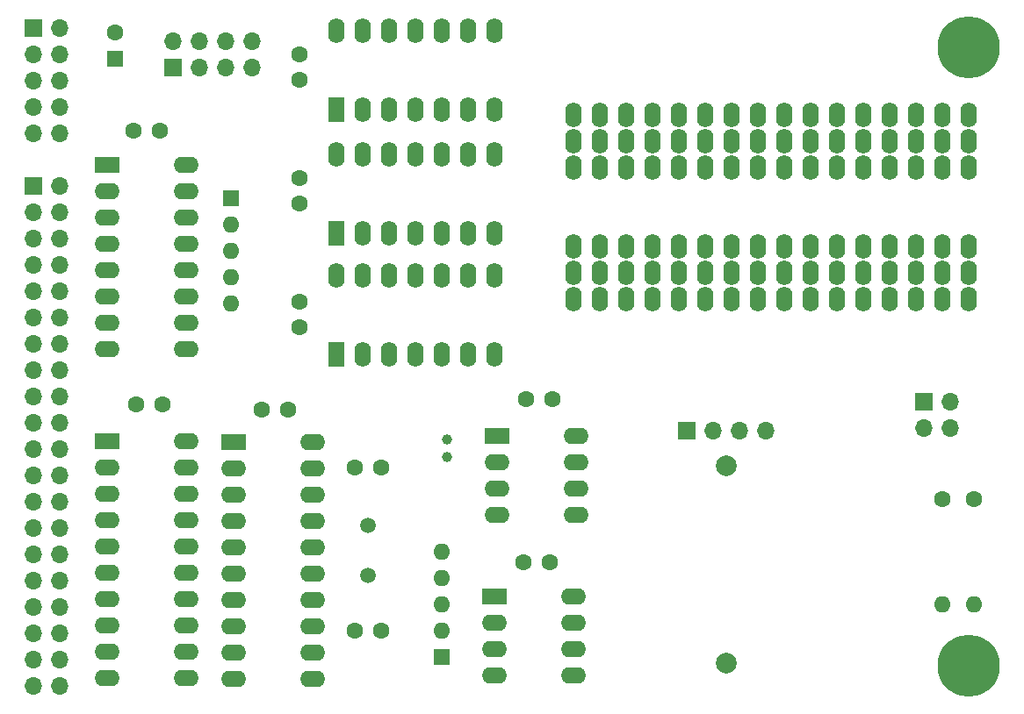
<source format=gbr>
%TF.GenerationSoftware,KiCad,Pcbnew,(6.0.4)*%
%TF.CreationDate,2022-06-04T07:21:42+03:00*%
%TF.ProjectId,I2C,4932432e-6b69-4636-9164-5f7063625858,rev?*%
%TF.SameCoordinates,Original*%
%TF.FileFunction,Soldermask,Bot*%
%TF.FilePolarity,Negative*%
%FSLAX46Y46*%
G04 Gerber Fmt 4.6, Leading zero omitted, Abs format (unit mm)*
G04 Created by KiCad (PCBNEW (6.0.4)) date 2022-06-04 07:21:42*
%MOMM*%
%LPD*%
G01*
G04 APERTURE LIST*
%ADD10O,1.600000X2.400000*%
%ADD11C,1.600000*%
%ADD12O,1.600000X1.600000*%
%ADD13C,6.000000*%
%ADD14C,3.400000*%
%ADD15R,2.400000X1.600000*%
%ADD16O,2.400000X1.600000*%
%ADD17R,1.600000X2.400000*%
%ADD18C,1.500000*%
%ADD19R,1.600000X1.600000*%
%ADD20R,1.700000X1.700000*%
%ADD21O,1.700000X1.700000*%
%ADD22C,1.000000*%
%ADD23C,2.000000*%
G04 APERTURE END LIST*
D10*
%TO.C,*%
X106680000Y-106172000D03*
%TD*%
%TO.C,*%
X99060000Y-116332000D03*
%TD*%
%TO.C,*%
X104140000Y-116332000D03*
%TD*%
%TO.C,*%
X99060000Y-103632000D03*
%TD*%
%TO.C,*%
X111760000Y-101092000D03*
%TD*%
%TO.C,*%
X127000000Y-106172000D03*
%TD*%
%TO.C,*%
X116840000Y-118872000D03*
%TD*%
%TO.C,*%
X132080000Y-101092000D03*
%TD*%
%TO.C,*%
X114300000Y-118872000D03*
%TD*%
%TO.C,*%
X109220000Y-106172000D03*
%TD*%
%TO.C,*%
X96520000Y-106172000D03*
%TD*%
D11*
%TO.C,R2*%
X132080000Y-138176000D03*
D12*
X132080000Y-148336000D03*
%TD*%
D10*
%TO.C,*%
X106680000Y-113792000D03*
%TD*%
%TO.C,*%
X104140000Y-113792000D03*
%TD*%
%TO.C,*%
X134620000Y-101092000D03*
%TD*%
%TO.C,*%
X132080000Y-116332000D03*
%TD*%
%TO.C,*%
X96520000Y-116332000D03*
%TD*%
D11*
%TO.C,C8*%
X94488000Y-128524000D03*
X91988000Y-128524000D03*
%TD*%
D10*
%TO.C,*%
X106680000Y-118872000D03*
%TD*%
%TO.C,*%
X101600000Y-103632000D03*
%TD*%
%TO.C,*%
X132080000Y-118872000D03*
%TD*%
D11*
%TO.C,C5*%
X68991000Y-129540000D03*
X66491000Y-129540000D03*
%TD*%
%TO.C,C4*%
X56896000Y-129032000D03*
X54396000Y-129032000D03*
%TD*%
D10*
%TO.C,*%
X101600000Y-113792000D03*
%TD*%
%TO.C,*%
X129540000Y-103632000D03*
%TD*%
%TO.C,*%
X101600000Y-101092000D03*
%TD*%
D13*
%TO.C,H2*%
X134620000Y-154305000D03*
D14*
X134620000Y-154305000D03*
%TD*%
D15*
%TO.C,U5*%
X51572000Y-132588000D03*
D16*
X51572000Y-135128000D03*
X51572000Y-137668000D03*
X51572000Y-140208000D03*
X51572000Y-142748000D03*
X51572000Y-145288000D03*
X51572000Y-147828000D03*
X51572000Y-150368000D03*
X51572000Y-152908000D03*
X51572000Y-155448000D03*
X59192000Y-155448000D03*
X59192000Y-152908000D03*
X59192000Y-150368000D03*
X59192000Y-147828000D03*
X59192000Y-145288000D03*
X59192000Y-142748000D03*
X59192000Y-140208000D03*
X59192000Y-137668000D03*
X59192000Y-135128000D03*
X59192000Y-132588000D03*
%TD*%
D10*
%TO.C,*%
X101600000Y-116332000D03*
%TD*%
%TO.C,*%
X124460000Y-106172000D03*
%TD*%
%TO.C,*%
X127000000Y-116332000D03*
%TD*%
%TO.C,*%
X106680000Y-103632000D03*
%TD*%
%TO.C,*%
X116840000Y-116332000D03*
%TD*%
D17*
%TO.C,U3*%
X73655000Y-124216000D03*
D10*
X76195000Y-124216000D03*
X78735000Y-124216000D03*
X81275000Y-124216000D03*
X83815000Y-124216000D03*
X86355000Y-124216000D03*
X88895000Y-124216000D03*
X88895000Y-116596000D03*
X86355000Y-116596000D03*
X83815000Y-116596000D03*
X81275000Y-116596000D03*
X78735000Y-116596000D03*
X76195000Y-116596000D03*
X73655000Y-116596000D03*
%TD*%
%TO.C,*%
X111760000Y-118872000D03*
%TD*%
%TO.C,*%
X127000000Y-118872000D03*
%TD*%
%TO.C,*%
X116840000Y-113792000D03*
%TD*%
%TO.C,*%
X129540000Y-113792000D03*
%TD*%
%TO.C,*%
X99060000Y-101092000D03*
%TD*%
%TO.C,*%
X96520000Y-113792000D03*
%TD*%
%TO.C,*%
X101600000Y-106172000D03*
%TD*%
%TO.C,*%
X124460000Y-118872000D03*
%TD*%
%TO.C,*%
X116840000Y-106172000D03*
%TD*%
%TO.C,*%
X109220000Y-116332000D03*
%TD*%
%TO.C,*%
X124460000Y-113792000D03*
%TD*%
D11*
%TO.C,C11*%
X75458000Y-135128000D03*
X77958000Y-135128000D03*
%TD*%
D17*
%TO.C,U2*%
X73660000Y-112571000D03*
D10*
X76200000Y-112571000D03*
X78740000Y-112571000D03*
X81280000Y-112571000D03*
X83820000Y-112571000D03*
X86360000Y-112571000D03*
X88900000Y-112571000D03*
X88900000Y-104951000D03*
X86360000Y-104951000D03*
X83820000Y-104951000D03*
X81280000Y-104951000D03*
X78740000Y-104951000D03*
X76200000Y-104951000D03*
X73660000Y-104951000D03*
%TD*%
%TO.C,*%
X129540000Y-101092000D03*
%TD*%
%TO.C,*%
X134620000Y-103632000D03*
%TD*%
D18*
%TO.C,Y1*%
X76708000Y-140716000D03*
X76708000Y-145596000D03*
%TD*%
D10*
%TO.C,*%
X121920000Y-118872000D03*
%TD*%
D17*
%TO.C,U4*%
X73660000Y-100623000D03*
D10*
X76200000Y-100623000D03*
X78740000Y-100623000D03*
X81280000Y-100623000D03*
X83820000Y-100623000D03*
X86360000Y-100623000D03*
X88900000Y-100623000D03*
X88900000Y-93003000D03*
X86360000Y-93003000D03*
X83820000Y-93003000D03*
X81280000Y-93003000D03*
X78740000Y-93003000D03*
X76200000Y-93003000D03*
X73660000Y-93003000D03*
%TD*%
D11*
%TO.C,R1*%
X135128000Y-138176000D03*
D12*
X135128000Y-148336000D03*
%TD*%
D19*
%TO.C,RN2*%
X83820000Y-153416000D03*
D12*
X83820000Y-150876000D03*
X83820000Y-148336000D03*
X83820000Y-145796000D03*
X83820000Y-143256000D03*
%TD*%
D10*
%TO.C,*%
X114300000Y-106172000D03*
%TD*%
%TO.C,*%
X119380000Y-116332000D03*
%TD*%
D15*
%TO.C,U7*%
X89144000Y-132090000D03*
D16*
X89144000Y-134630000D03*
X89144000Y-137170000D03*
X89144000Y-139710000D03*
X96764000Y-139710000D03*
X96764000Y-137170000D03*
X96764000Y-134630000D03*
X96764000Y-132090000D03*
%TD*%
D10*
%TO.C,*%
X119380000Y-113792000D03*
%TD*%
%TO.C,*%
X121920000Y-106172000D03*
%TD*%
%TO.C,*%
X104140000Y-106172000D03*
%TD*%
D20*
%TO.C,J4*%
X107452000Y-131572000D03*
D21*
X109992000Y-131572000D03*
X112532000Y-131572000D03*
X115072000Y-131572000D03*
%TD*%
D10*
%TO.C,*%
X134620000Y-106172000D03*
%TD*%
D20*
%TO.C,J1*%
X57912000Y-96520000D03*
D21*
X57912000Y-93980000D03*
X60452000Y-96520000D03*
X60452000Y-93980000D03*
X62992000Y-96520000D03*
X62992000Y-93980000D03*
X65532000Y-96520000D03*
X65532000Y-93980000D03*
%TD*%
D10*
%TO.C,*%
X111760000Y-113792000D03*
%TD*%
D11*
%TO.C,C3*%
X70104000Y-97770000D03*
X70104000Y-95270000D03*
%TD*%
D10*
%TO.C,*%
X101600000Y-118872000D03*
%TD*%
D11*
%TO.C,C1*%
X56622000Y-102616000D03*
X54122000Y-102616000D03*
%TD*%
D19*
%TO.C,RN1*%
X63500000Y-109200000D03*
D12*
X63500000Y-111740000D03*
X63500000Y-114280000D03*
X63500000Y-116820000D03*
X63500000Y-119360000D03*
%TD*%
D10*
%TO.C,*%
X134620000Y-116332000D03*
%TD*%
D19*
%TO.C,C9*%
X52324000Y-95693100D03*
D11*
X52324000Y-93193100D03*
%TD*%
D10*
%TO.C,*%
X109220000Y-118872000D03*
%TD*%
%TO.C,*%
X109220000Y-101092000D03*
%TD*%
%TO.C,*%
X99060000Y-106172000D03*
%TD*%
%TO.C,*%
X134620000Y-113792000D03*
%TD*%
D11*
%TO.C,C7*%
X70104000Y-119146000D03*
X70104000Y-121646000D03*
%TD*%
D10*
%TO.C,*%
X104140000Y-103632000D03*
%TD*%
%TO.C,*%
X134620000Y-118872000D03*
%TD*%
%TO.C,*%
X119380000Y-101092000D03*
%TD*%
%TO.C,*%
X104140000Y-118872000D03*
%TD*%
%TO.C,*%
X132080000Y-113792000D03*
%TD*%
D20*
%TO.C,J2*%
X44445000Y-92715000D03*
D21*
X46985000Y-92715000D03*
X44445000Y-95255000D03*
X46985000Y-95255000D03*
X44445000Y-97795000D03*
X46985000Y-97795000D03*
X44445000Y-100335000D03*
X46985000Y-100335000D03*
X44445000Y-102875000D03*
X46985000Y-102875000D03*
%TD*%
D11*
%TO.C,C2*%
X70104000Y-107188000D03*
X70104000Y-109688000D03*
%TD*%
D10*
%TO.C,*%
X111760000Y-103632000D03*
%TD*%
%TO.C,*%
X124460000Y-116332000D03*
%TD*%
%TO.C,*%
X106680000Y-116332000D03*
%TD*%
%TO.C,*%
X121920000Y-113792000D03*
%TD*%
%TO.C,*%
X99060000Y-118872000D03*
%TD*%
%TO.C,*%
X124460000Y-103632000D03*
%TD*%
%TO.C,*%
X104140000Y-101092000D03*
%TD*%
%TO.C,*%
X116840000Y-103632000D03*
%TD*%
%TO.C,*%
X114300000Y-103632000D03*
%TD*%
%TO.C,*%
X106680000Y-101092000D03*
%TD*%
D22*
%TO.C,Y2*%
X84328000Y-134112000D03*
X84328000Y-132412000D03*
%TD*%
D10*
%TO.C,*%
X109220000Y-103632000D03*
%TD*%
%TO.C,*%
X96520000Y-101092000D03*
%TD*%
D20*
%TO.C,J3*%
X44445000Y-107955000D03*
D21*
X46985000Y-107955000D03*
X44445000Y-110495000D03*
X46985000Y-110495000D03*
X44445000Y-113035000D03*
X46985000Y-113035000D03*
X44445000Y-115575000D03*
X46985000Y-115575000D03*
X44445000Y-118115000D03*
X46985000Y-118115000D03*
X44445000Y-120655000D03*
X46985000Y-120655000D03*
X44445000Y-123195000D03*
X46985000Y-123195000D03*
X44445000Y-125735000D03*
X46985000Y-125735000D03*
X44445000Y-128275000D03*
X46985000Y-128275000D03*
X44445000Y-130815000D03*
X46985000Y-130815000D03*
X44445000Y-133355000D03*
X46985000Y-133355000D03*
X44445000Y-135895000D03*
X46985000Y-135895000D03*
X44445000Y-138435000D03*
X46985000Y-138435000D03*
X44445000Y-140975000D03*
X46985000Y-140975000D03*
X44445000Y-143515000D03*
X46985000Y-143515000D03*
X44445000Y-146055000D03*
X46985000Y-146055000D03*
X44445000Y-148595000D03*
X46985000Y-148595000D03*
X44445000Y-151135000D03*
X46985000Y-151135000D03*
X44445000Y-153675000D03*
X46985000Y-153675000D03*
X44445000Y-156215000D03*
X46985000Y-156215000D03*
%TD*%
D10*
%TO.C,*%
X127000000Y-103632000D03*
%TD*%
%TO.C,*%
X119380000Y-106172000D03*
%TD*%
%TO.C,*%
X132080000Y-106172000D03*
%TD*%
%TO.C,*%
X119380000Y-103632000D03*
%TD*%
D15*
%TO.C,U1*%
X51572000Y-105908000D03*
D16*
X51572000Y-108448000D03*
X51572000Y-110988000D03*
X51572000Y-113528000D03*
X51572000Y-116068000D03*
X51572000Y-118608000D03*
X51572000Y-121148000D03*
X51572000Y-123688000D03*
X59192000Y-123688000D03*
X59192000Y-121148000D03*
X59192000Y-118608000D03*
X59192000Y-116068000D03*
X59192000Y-113528000D03*
X59192000Y-110988000D03*
X59192000Y-108448000D03*
X59192000Y-105908000D03*
%TD*%
D15*
%TO.C,U6*%
X63764000Y-132715000D03*
D16*
X63764000Y-135255000D03*
X63764000Y-137795000D03*
X63764000Y-140335000D03*
X63764000Y-142875000D03*
X63764000Y-145415000D03*
X63764000Y-147955000D03*
X63764000Y-150495000D03*
X63764000Y-153035000D03*
X63764000Y-155575000D03*
X71384000Y-155575000D03*
X71384000Y-153035000D03*
X71384000Y-150495000D03*
X71384000Y-147955000D03*
X71384000Y-145415000D03*
X71384000Y-142875000D03*
X71384000Y-140335000D03*
X71384000Y-137795000D03*
X71384000Y-135255000D03*
X71384000Y-132715000D03*
%TD*%
D10*
%TO.C,*%
X96520000Y-103632000D03*
%TD*%
%TO.C,*%
X109220000Y-113792000D03*
%TD*%
%TO.C,*%
X121920000Y-103632000D03*
%TD*%
%TO.C,*%
X129540000Y-116332000D03*
%TD*%
%TO.C,*%
X114300000Y-116332000D03*
%TD*%
D20*
%TO.C,J5*%
X130297000Y-128773000D03*
D21*
X132837000Y-128773000D03*
X130297000Y-131313000D03*
X132837000Y-131313000D03*
%TD*%
D10*
%TO.C,*%
X127000000Y-113792000D03*
%TD*%
D13*
%TO.C,H1*%
X134620000Y-94615000D03*
D14*
X134620000Y-94615000D03*
%TD*%
D10*
%TO.C,*%
X114300000Y-101092000D03*
%TD*%
%TO.C,*%
X121920000Y-101092000D03*
%TD*%
%TO.C,*%
X121920000Y-116332000D03*
%TD*%
%TO.C,*%
X127000000Y-101092000D03*
%TD*%
D15*
%TO.C,U8*%
X88890000Y-147584000D03*
D16*
X88890000Y-150124000D03*
X88890000Y-152664000D03*
X88890000Y-155204000D03*
X96510000Y-155204000D03*
X96510000Y-152664000D03*
X96510000Y-150124000D03*
X96510000Y-147584000D03*
%TD*%
D23*
%TO.C,BT1*%
X111252000Y-135020500D03*
X111252000Y-154020500D03*
%TD*%
D10*
%TO.C,*%
X111760000Y-106172000D03*
%TD*%
%TO.C,*%
X96520000Y-118872000D03*
%TD*%
%TO.C,*%
X124460000Y-101092000D03*
%TD*%
%TO.C,*%
X116840000Y-101092000D03*
%TD*%
%TO.C,*%
X129540000Y-106172000D03*
%TD*%
D11*
%TO.C,C6*%
X94214000Y-144272000D03*
X91714000Y-144272000D03*
%TD*%
D10*
%TO.C,*%
X99060000Y-113792000D03*
%TD*%
%TO.C,*%
X132080000Y-103632000D03*
%TD*%
D11*
%TO.C,C10*%
X75458000Y-150876000D03*
X77958000Y-150876000D03*
%TD*%
D10*
%TO.C,*%
X119380000Y-118872000D03*
%TD*%
%TO.C,*%
X129540000Y-118872000D03*
%TD*%
%TO.C,*%
X114300000Y-113792000D03*
%TD*%
%TO.C,*%
X111760000Y-116332000D03*
%TD*%
M02*

</source>
